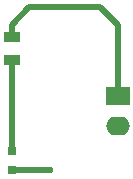
<source format=gtl>
G04*
G04 #@! TF.GenerationSoftware,Altium Limited,Altium Designer,18.1.7 (191)*
G04*
G04 Layer_Physical_Order=1*
G04 Layer_Color=255*
%FSLAX25Y25*%
%MOIN*%
G70*
G01*
G75*
%ADD13R,0.03150X0.03150*%
%ADD14R,0.05709X0.03740*%
%ADD19C,0.01968*%
%ADD20O,0.07874X0.06299*%
%ADD21R,0.07874X0.06299*%
%ADD22C,0.02362*%
D13*
X19685Y20472D02*
D03*
Y26772D02*
D03*
D14*
Y57185D02*
D03*
Y64862D02*
D03*
D19*
Y20472D02*
X32283D01*
X19685Y26772D02*
Y57185D01*
Y64862D02*
Y68898D01*
X25591Y74803D01*
X49213D01*
X55118Y68898D01*
Y45276D02*
Y68898D01*
D20*
Y35276D02*
D03*
D21*
Y45276D02*
D03*
D22*
X32283Y20472D02*
D03*
M02*

</source>
